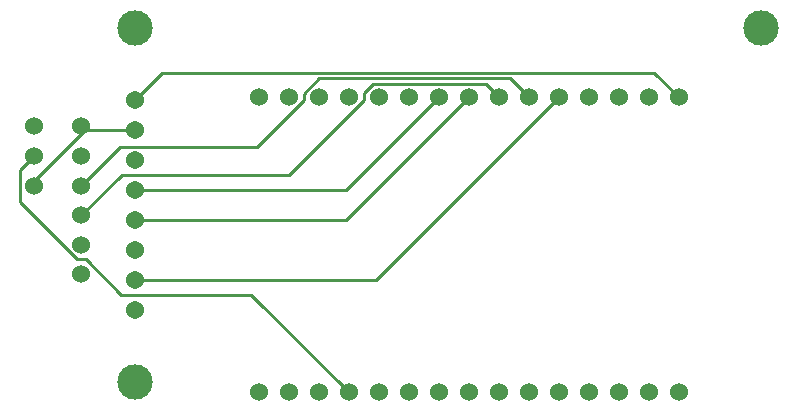
<source format=gtl>
G04 #@! TF.GenerationSoftware,KiCad,Pcbnew,7.0.8*
G04 #@! TF.CreationDate,2023-11-10T17:37:59-07:00*
G04 #@! TF.ProjectId,longmon-hatt,6c6f6e67-6d6f-46e2-9d68-6174742e6b69,rev?*
G04 #@! TF.SameCoordinates,Original*
G04 #@! TF.FileFunction,Copper,L1,Top*
G04 #@! TF.FilePolarity,Positive*
%FSLAX46Y46*%
G04 Gerber Fmt 4.6, Leading zero omitted, Abs format (unit mm)*
G04 Created by KiCad (PCBNEW 7.0.8) date 2023-11-10 17:37:59*
%MOMM*%
%LPD*%
G01*
G04 APERTURE LIST*
G04 #@! TA.AperFunction,ComponentPad*
%ADD10C,1.524000*%
G04 #@! TD*
G04 #@! TA.AperFunction,WasherPad*
%ADD11C,3.000000*%
G04 #@! TD*
G04 #@! TA.AperFunction,ComponentPad*
%ADD12C,1.540000*%
G04 #@! TD*
G04 #@! TA.AperFunction,Conductor*
%ADD13C,0.250000*%
G04 #@! TD*
G04 APERTURE END LIST*
D10*
X185560000Y-87500000D03*
X152540000Y-112500000D03*
X155080000Y-112500000D03*
X150000000Y-112500000D03*
X157620000Y-112500000D03*
X160160000Y-112500000D03*
X162700000Y-112500000D03*
X165240000Y-112500000D03*
X167780000Y-112500000D03*
X170320000Y-112500000D03*
X172860000Y-112500000D03*
X175400000Y-112500000D03*
X177940000Y-112500000D03*
X180480000Y-112500000D03*
X180480000Y-87500000D03*
X177940000Y-87500000D03*
X175400000Y-87500000D03*
X172860000Y-87500000D03*
X170320000Y-87500000D03*
X167780000Y-87500000D03*
X165240000Y-87500000D03*
X150000000Y-87500000D03*
X162700000Y-87500000D03*
X152540000Y-87500000D03*
X157620000Y-87500000D03*
X155080000Y-87500000D03*
X160160000Y-87500000D03*
X183020000Y-112500000D03*
X183020000Y-87500000D03*
X185560000Y-112500000D03*
X135000000Y-90000000D03*
X135000000Y-92500000D03*
X135000000Y-95000000D03*
X135000000Y-97500000D03*
X135000000Y-100000000D03*
X135000000Y-102500000D03*
X131000000Y-92500000D03*
X131000000Y-95000000D03*
X131000000Y-90000000D03*
D11*
X139550000Y-81640000D03*
X139550000Y-111640000D03*
X192550000Y-81640000D03*
D12*
X139550000Y-87750000D03*
X139550000Y-90290000D03*
X139550000Y-92830000D03*
X139550000Y-95370000D03*
X139550000Y-97910000D03*
X139550000Y-100450000D03*
X139550000Y-102990000D03*
X139550000Y-105530000D03*
D13*
X139550000Y-87750000D02*
X141851800Y-85448200D01*
X183508200Y-85448200D02*
X185560000Y-87500000D01*
X141851800Y-85448200D02*
X183508200Y-85448200D01*
X149380000Y-104260000D02*
X157620000Y-112500000D01*
X131000000Y-92500000D02*
X129840500Y-93659500D01*
X138362900Y-104260000D02*
X149380000Y-104260000D01*
X129840500Y-96426000D02*
X134664500Y-101250000D01*
X129840500Y-93659500D02*
X129840500Y-96426000D01*
X135352900Y-101250000D02*
X138362900Y-104260000D01*
X134664500Y-101250000D02*
X135352900Y-101250000D01*
X139550000Y-102990000D02*
X159910000Y-102990000D01*
X159910000Y-102990000D02*
X175400000Y-87500000D01*
X171285900Y-85925900D02*
X172860000Y-87500000D01*
X138274600Y-91725400D02*
X149860700Y-91725400D01*
X155100800Y-85925900D02*
X171285900Y-85925900D01*
X149860700Y-91725400D02*
X153810000Y-87776100D01*
X153810000Y-87776100D02*
X153810000Y-87216700D01*
X153810000Y-87216700D02*
X155100800Y-85925900D01*
X135000000Y-95000000D02*
X138274600Y-91725400D01*
X169217900Y-86397900D02*
X170320000Y-87500000D01*
X152566100Y-94100000D02*
X158890000Y-87776100D01*
X135000000Y-97500000D02*
X138400000Y-94100000D01*
X138400000Y-94100000D02*
X152566100Y-94100000D01*
X159671700Y-86397900D02*
X169217900Y-86397900D01*
X158890000Y-87179600D02*
X159671700Y-86397900D01*
X158890000Y-87776100D02*
X158890000Y-87179600D01*
X157370000Y-97910000D02*
X167780000Y-87500000D01*
X139550000Y-97910000D02*
X157370000Y-97910000D01*
X139550000Y-95370000D02*
X157370000Y-95370000D01*
X157370000Y-95370000D02*
X165240000Y-87500000D01*
X139550000Y-90290000D02*
X135290000Y-90290000D01*
X135290000Y-90290000D02*
X135000000Y-90000000D01*
X135290000Y-90290000D02*
X131000000Y-94580000D01*
X131000000Y-94580000D02*
X131000000Y-95000000D01*
M02*

</source>
